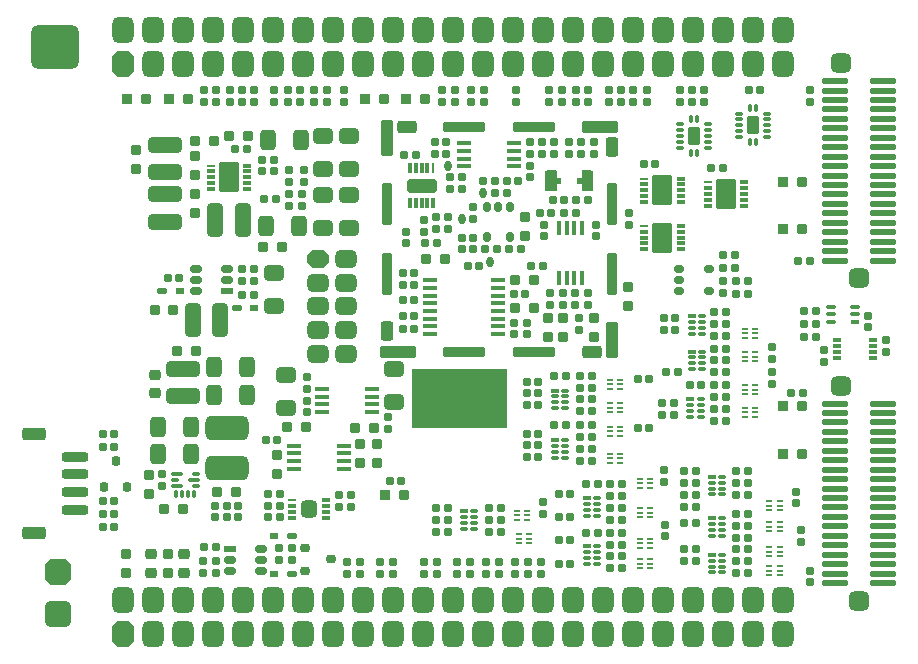
<source format=gbr>
%TF.GenerationSoftware,Altium Limited,Altium Designer,25.3.3 (18)*%
G04 Layer_Color=8388736*
%FSLAX45Y45*%
%MOMM*%
%TF.SameCoordinates,3F5801E6-D28E-45E5-A6F2-2741A7385EEC*%
%TF.FilePolarity,Negative*%
%TF.FileFunction,Soldermask,Top*%
%TF.Part,Single*%
G01*
G75*
%TA.AperFunction,SMDPad,CuDef*%
G04:AMPARAMS|DCode=96|XSize=1.73mm|YSize=1.33mm|CornerRadius=0.3525mm|HoleSize=0mm|Usage=FLASHONLY|Rotation=0.000|XOffset=0mm|YOffset=0mm|HoleType=Round|Shape=RoundedRectangle|*
%AMROUNDEDRECTD96*
21,1,1.73000,0.62500,0,0,0.0*
21,1,1.02500,1.33000,0,0,0.0*
1,1,0.70500,0.51250,-0.31250*
1,1,0.70500,-0.51250,-0.31250*
1,1,0.70500,-0.51250,0.31250*
1,1,0.70500,0.51250,0.31250*
%
%ADD96ROUNDEDRECTD96*%
G04:AMPARAMS|DCode=97|XSize=1.73mm|YSize=1.33mm|CornerRadius=0.3525mm|HoleSize=0mm|Usage=FLASHONLY|Rotation=90.000|XOffset=0mm|YOffset=0mm|HoleType=Round|Shape=RoundedRectangle|*
%AMROUNDEDRECTD97*
21,1,1.73000,0.62500,0,0,90.0*
21,1,1.02500,1.33000,0,0,90.0*
1,1,0.70500,0.31250,0.51250*
1,1,0.70500,0.31250,-0.51250*
1,1,0.70500,-0.31250,-0.51250*
1,1,0.70500,-0.31250,0.51250*
%
%ADD97ROUNDEDRECTD97*%
%TA.AperFunction,ComponentPad*%
G04:AMPARAMS|DCode=98|XSize=1.63mm|YSize=1.68mm|CornerRadius=0.4275mm|HoleSize=0mm|Usage=FLASHONLY|Rotation=270.000|XOffset=0mm|YOffset=0mm|HoleType=Round|Shape=RoundedRectangle|*
%AMROUNDEDRECTD98*
21,1,1.63000,0.82500,0,0,270.0*
21,1,0.77500,1.68000,0,0,270.0*
1,1,0.85500,-0.41250,-0.38750*
1,1,0.85500,-0.41250,0.38750*
1,1,0.85500,0.41250,0.38750*
1,1,0.85500,0.41250,-0.38750*
%
%ADD98ROUNDEDRECTD98*%
G04:AMPARAMS|DCode=99|XSize=1.78mm|YSize=2.18mm|CornerRadius=0mm|HoleSize=0mm|Usage=FLASHONLY|Rotation=0.000|XOffset=0mm|YOffset=0mm|HoleType=Round|Shape=Octagon|*
%AMOCTAGOND99*
4,1,8,-0.44500,1.09000,0.44500,1.09000,0.89000,0.64500,0.89000,-0.64500,0.44500,-1.09000,-0.44500,-1.09000,-0.89000,-0.64500,-0.89000,0.64500,-0.44500,1.09000,0.0*
%
%ADD99OCTAGOND99*%

G04:AMPARAMS|DCode=100|XSize=1.78mm|YSize=2.18mm|CornerRadius=0.465mm|HoleSize=0mm|Usage=FLASHONLY|Rotation=0.000|XOffset=0mm|YOffset=0mm|HoleType=Round|Shape=RoundedRectangle|*
%AMROUNDEDRECTD100*
21,1,1.78000,1.25001,0,0,0.0*
21,1,0.85000,2.18000,0,0,0.0*
1,1,0.93000,0.42500,-0.62500*
1,1,0.93000,-0.42500,-0.62500*
1,1,0.93000,-0.42500,0.62500*
1,1,0.93000,0.42500,0.62500*
%
%ADD100ROUNDEDRECTD100*%
G04:AMPARAMS|DCode=101|XSize=1.48mm|YSize=1.78mm|CornerRadius=0.39mm|HoleSize=0mm|Usage=FLASHONLY|Rotation=270.000|XOffset=0mm|YOffset=0mm|HoleType=Round|Shape=RoundedRectangle|*
%AMROUNDEDRECTD101*
21,1,1.48000,1.00000,0,0,270.0*
21,1,0.70000,1.78000,0,0,270.0*
1,1,0.78000,-0.50000,-0.35000*
1,1,0.78000,-0.50000,0.35000*
1,1,0.78000,0.50000,0.35000*
1,1,0.78000,0.50000,-0.35000*
%
%ADD101ROUNDEDRECTD101*%
G04:AMPARAMS|DCode=102|XSize=1.48mm|YSize=1.78mm|CornerRadius=0mm|HoleSize=0mm|Usage=FLASHONLY|Rotation=270.000|XOffset=0mm|YOffset=0mm|HoleType=Round|Shape=Octagon|*
%AMOCTAGOND102*
4,1,8,0.89000,0.37000,0.89000,-0.37000,0.52000,-0.74000,-0.52000,-0.74000,-0.89000,-0.37000,-0.89000,0.37000,-0.52000,0.74000,0.52000,0.74000,0.89000,0.37000,0.0*
%
%ADD102OCTAGOND102*%

G04:AMPARAMS|DCode=103|XSize=4.08mm|YSize=3.68mm|CornerRadius=0.58mm|HoleSize=0mm|Usage=FLASHONLY|Rotation=0.000|XOffset=0mm|YOffset=0mm|HoleType=Round|Shape=RoundedRectangle|*
%AMROUNDEDRECTD103*
21,1,4.08000,2.52000,0,0,0.0*
21,1,2.92000,3.68000,0,0,0.0*
1,1,1.16000,1.46000,-1.26000*
1,1,1.16000,-1.46000,-1.26000*
1,1,1.16000,-1.46000,1.26000*
1,1,1.16000,1.46000,1.26000*
%
%ADD103ROUNDEDRECTD103*%
G04:AMPARAMS|DCode=104|XSize=2.28mm|YSize=2.28mm|CornerRadius=0.59mm|HoleSize=0mm|Usage=FLASHONLY|Rotation=270.000|XOffset=0mm|YOffset=0mm|HoleType=Round|Shape=RoundedRectangle|*
%AMROUNDEDRECTD104*
21,1,2.28000,1.10000,0,0,270.0*
21,1,1.10000,2.28000,0,0,270.0*
1,1,1.18000,-0.55000,-0.55000*
1,1,1.18000,-0.55000,0.55000*
1,1,1.18000,0.55000,0.55000*
1,1,1.18000,0.55000,-0.55000*
%
%ADD104ROUNDEDRECTD104*%
G04:AMPARAMS|DCode=105|XSize=2.28mm|YSize=2.28mm|CornerRadius=0mm|HoleSize=0mm|Usage=FLASHONLY|Rotation=270.000|XOffset=0mm|YOffset=0mm|HoleType=Round|Shape=Octagon|*
%AMOCTAGOND105*
4,1,8,-0.57000,-1.14000,0.57000,-1.14000,1.14000,-0.57000,1.14000,0.57000,0.57000,1.14000,-0.57000,1.14000,-1.14000,0.57000,-1.14000,-0.57000,-0.57000,-1.14000,0.0*
%
%ADD105OCTAGOND105*%

%TA.AperFunction,OtherPad,Pad P2-5 (12.8mm,18.7mm)*%
G04:AMPARAMS|DCode=574|XSize=2mm|YSize=1.1mm|CornerRadius=0.275mm|HoleSize=0mm|Usage=FLASHONLY|Rotation=180.000|XOffset=0mm|YOffset=0mm|HoleType=Round|Shape=RoundedRectangle|*
%AMROUNDEDRECTD574*
21,1,2.00000,0.55000,0,0,180.0*
21,1,1.45000,1.10000,0,0,180.0*
1,1,0.55000,-0.72500,0.27500*
1,1,0.55000,0.72500,0.27500*
1,1,0.55000,0.72500,-0.27500*
1,1,0.55000,-0.72500,-0.27500*
%
%ADD574ROUNDEDRECTD574*%
%TA.AperFunction,OtherPad,Pad P2-5 (12.8mm,10.3mm)*%
G04:AMPARAMS|DCode=575|XSize=2mm|YSize=1.1mm|CornerRadius=0.275mm|HoleSize=0mm|Usage=FLASHONLY|Rotation=180.000|XOffset=0mm|YOffset=0mm|HoleType=Round|Shape=RoundedRectangle|*
%AMROUNDEDRECTD575*
21,1,2.00000,0.55000,0,0,180.0*
21,1,1.45000,1.10000,0,0,180.0*
1,1,0.55000,-0.72500,0.27500*
1,1,0.55000,0.72500,0.27500*
1,1,0.55000,0.72500,-0.27500*
1,1,0.55000,-0.72500,-0.27500*
%
%ADD575ROUNDEDRECTD575*%
%TA.AperFunction,SMDPad,CuDef*%
%ADD576R,0.54000X0.17000*%
G04:AMPARAMS|DCode=577|XSize=0.17mm|YSize=0.54mm|CornerRadius=0.0475mm|HoleSize=0mm|Usage=FLASHONLY|Rotation=90.000|XOffset=0mm|YOffset=0mm|HoleType=Round|Shape=RoundedRectangle|*
%AMROUNDEDRECTD577*
21,1,0.17000,0.44500,0,0,90.0*
21,1,0.07500,0.54000,0,0,90.0*
1,1,0.09500,0.22250,0.03750*
1,1,0.09500,0.22250,-0.03750*
1,1,0.09500,-0.22250,-0.03750*
1,1,0.09500,-0.22250,0.03750*
%
%ADD577ROUNDEDRECTD577*%
G04:AMPARAMS|DCode=578|XSize=0.29mm|YSize=0.76mm|CornerRadius=0.0875mm|HoleSize=0mm|Usage=FLASHONLY|Rotation=90.000|XOffset=0mm|YOffset=0mm|HoleType=Round|Shape=RoundedRectangle|*
%AMROUNDEDRECTD578*
21,1,0.29000,0.58500,0,0,90.0*
21,1,0.11500,0.76000,0,0,90.0*
1,1,0.17500,0.29250,0.05750*
1,1,0.17500,0.29250,-0.05750*
1,1,0.17500,-0.29250,-0.05750*
1,1,0.17500,-0.29250,0.05750*
%
%ADD578ROUNDEDRECTD578*%
G04:AMPARAMS|DCode=579|XSize=2.56mm|YSize=1.71mm|CornerRadius=0.195mm|HoleSize=0mm|Usage=FLASHONLY|Rotation=90.000|XOffset=0mm|YOffset=0mm|HoleType=Round|Shape=RoundedRectangle|*
%AMROUNDEDRECTD579*
21,1,2.56000,1.32000,0,0,90.0*
21,1,2.17000,1.71000,0,0,90.0*
1,1,0.39000,0.66000,1.08500*
1,1,0.39000,0.66000,-1.08500*
1,1,0.39000,-0.66000,-1.08500*
1,1,0.39000,-0.66000,1.08500*
%
%ADD579ROUNDEDRECTD579*%
%ADD580R,0.76000X0.29000*%
G04:AMPARAMS|DCode=581|XSize=0.63mm|YSize=0.88mm|CornerRadius=0.1775mm|HoleSize=0mm|Usage=FLASHONLY|Rotation=0.000|XOffset=0mm|YOffset=0mm|HoleType=Round|Shape=RoundedRectangle|*
%AMROUNDEDRECTD581*
21,1,0.63000,0.52500,0,0,0.0*
21,1,0.27500,0.88000,0,0,0.0*
1,1,0.35500,0.13750,-0.26250*
1,1,0.35500,-0.13750,-0.26250*
1,1,0.35500,-0.13750,0.26250*
1,1,0.35500,0.13750,0.26250*
%
%ADD581ROUNDEDRECTD581*%
G04:AMPARAMS|DCode=582|XSize=0.29mm|YSize=0.73mm|CornerRadius=0.0875mm|HoleSize=0mm|Usage=FLASHONLY|Rotation=90.000|XOffset=0mm|YOffset=0mm|HoleType=Round|Shape=RoundedRectangle|*
%AMROUNDEDRECTD582*
21,1,0.29000,0.55500,0,0,90.0*
21,1,0.11500,0.73000,0,0,90.0*
1,1,0.17500,0.27750,0.05750*
1,1,0.17500,0.27750,-0.05750*
1,1,0.17500,-0.27750,-0.05750*
1,1,0.17500,-0.27750,0.05750*
%
%ADD582ROUNDEDRECTD582*%
G04:AMPARAMS|DCode=583|XSize=0.29mm|YSize=0.73mm|CornerRadius=0.0875mm|HoleSize=0mm|Usage=FLASHONLY|Rotation=0.000|XOffset=0mm|YOffset=0mm|HoleType=Round|Shape=RoundedRectangle|*
%AMROUNDEDRECTD583*
21,1,0.29000,0.55500,0,0,0.0*
21,1,0.11500,0.73000,0,0,0.0*
1,1,0.17500,0.05750,-0.27750*
1,1,0.17500,-0.05750,-0.27750*
1,1,0.17500,-0.05750,0.27750*
1,1,0.17500,0.05750,0.27750*
%
%ADD583ROUNDEDRECTD583*%
G04:AMPARAMS|DCode=584|XSize=1.06mm|YSize=1.56mm|CornerRadius=0.28mm|HoleSize=0mm|Usage=FLASHONLY|Rotation=0.000|XOffset=0mm|YOffset=0mm|HoleType=Round|Shape=RoundedRectangle|*
%AMROUNDEDRECTD584*
21,1,1.06000,1.00000,0,0,0.0*
21,1,0.50000,1.56000,0,0,0.0*
1,1,0.56000,0.25000,-0.50000*
1,1,0.56000,-0.25000,-0.50000*
1,1,0.56000,-0.25000,0.50000*
1,1,0.56000,0.25000,0.50000*
%
%ADD584ROUNDEDRECTD584*%
G04:AMPARAMS|DCode=585|XSize=0.3mm|YSize=0.66mm|CornerRadius=0.095mm|HoleSize=0mm|Usage=FLASHONLY|Rotation=90.000|XOffset=0mm|YOffset=0mm|HoleType=Round|Shape=RoundedRectangle|*
%AMROUNDEDRECTD585*
21,1,0.30000,0.47000,0,0,90.0*
21,1,0.11000,0.66000,0,0,90.0*
1,1,0.19000,0.23500,0.05500*
1,1,0.19000,0.23500,-0.05500*
1,1,0.19000,-0.23500,-0.05500*
1,1,0.19000,-0.23500,0.05500*
%
%ADD585ROUNDEDRECTD585*%
%ADD586R,0.66000X0.30000*%
G04:AMPARAMS|DCode=587|XSize=0.41mm|YSize=1.21mm|CornerRadius=0.1175mm|HoleSize=0mm|Usage=FLASHONLY|Rotation=90.000|XOffset=0mm|YOffset=0mm|HoleType=Round|Shape=RoundedRectangle|*
%AMROUNDEDRECTD587*
21,1,0.41000,0.97500,0,0,90.0*
21,1,0.17500,1.21000,0,0,90.0*
1,1,0.23500,0.48750,0.08750*
1,1,0.23500,0.48750,-0.08750*
1,1,0.23500,-0.48750,-0.08750*
1,1,0.23500,-0.48750,0.08750*
%
%ADD587ROUNDEDRECTD587*%
%ADD588R,1.21000X0.41000*%
G04:AMPARAMS|DCode=589|XSize=0.63mm|YSize=0.98mm|CornerRadius=0.1775mm|HoleSize=0mm|Usage=FLASHONLY|Rotation=270.000|XOffset=0mm|YOffset=0mm|HoleType=Round|Shape=RoundedRectangle|*
%AMROUNDEDRECTD589*
21,1,0.63000,0.62500,0,0,270.0*
21,1,0.27500,0.98000,0,0,270.0*
1,1,0.35500,-0.31250,-0.13750*
1,1,0.35500,-0.31250,0.13750*
1,1,0.35500,0.31250,0.13750*
1,1,0.35500,0.31250,-0.13750*
%
%ADD589ROUNDEDRECTD589*%
%ADD590R,0.98000X0.63000*%
G04:AMPARAMS|DCode=591|XSize=1.46mm|YSize=1.36mm|CornerRadius=0.355mm|HoleSize=0mm|Usage=FLASHONLY|Rotation=90.000|XOffset=0mm|YOffset=0mm|HoleType=Round|Shape=RoundedRectangle|*
%AMROUNDEDRECTD591*
21,1,1.46000,0.65000,0,0,90.0*
21,1,0.75000,1.36000,0,0,90.0*
1,1,0.71000,0.32500,0.37500*
1,1,0.71000,0.32500,-0.37500*
1,1,0.71000,-0.32500,-0.37500*
1,1,0.71000,-0.32500,0.37500*
%
%ADD591ROUNDEDRECTD591*%
%ADD592R,0.78000X0.41000*%
G04:AMPARAMS|DCode=593|XSize=0.41mm|YSize=0.78mm|CornerRadius=0.1225mm|HoleSize=0mm|Usage=FLASHONLY|Rotation=270.000|XOffset=0mm|YOffset=0mm|HoleType=Round|Shape=RoundedRectangle|*
%AMROUNDEDRECTD593*
21,1,0.41000,0.53500,0,0,270.0*
21,1,0.16500,0.78000,0,0,270.0*
1,1,0.24500,-0.26750,-0.08250*
1,1,0.24500,-0.26750,0.08250*
1,1,0.24500,0.26750,0.08250*
1,1,0.24500,0.26750,-0.08250*
%
%ADD593ROUNDEDRECTD593*%
G04:AMPARAMS|DCode=594|XSize=0.3mm|YSize=0.75mm|CornerRadius=0.0875mm|HoleSize=0mm|Usage=FLASHONLY|Rotation=90.000|XOffset=0mm|YOffset=0mm|HoleType=Round|Shape=RoundedRectangle|*
%AMROUNDEDRECTD594*
21,1,0.30000,0.57500,0,0,90.0*
21,1,0.12500,0.75000,0,0,90.0*
1,1,0.17500,0.28750,0.06250*
1,1,0.17500,0.28750,-0.06250*
1,1,0.17500,-0.28750,-0.06250*
1,1,0.17500,-0.28750,0.06250*
%
%ADD594ROUNDEDRECTD594*%
%ADD595R,0.75000X0.30000*%
G04:AMPARAMS|DCode=596|XSize=0.63mm|YSize=0.88mm|CornerRadius=0.1775mm|HoleSize=0mm|Usage=FLASHONLY|Rotation=90.000|XOffset=0mm|YOffset=0mm|HoleType=Round|Shape=RoundedRectangle|*
%AMROUNDEDRECTD596*
21,1,0.63000,0.52500,0,0,90.0*
21,1,0.27500,0.88000,0,0,90.0*
1,1,0.35500,0.26250,0.13750*
1,1,0.35500,0.26250,-0.13750*
1,1,0.35500,-0.26250,-0.13750*
1,1,0.35500,-0.26250,0.13750*
%
%ADD596ROUNDEDRECTD596*%
G04:AMPARAMS|DCode=597|XSize=0.3mm|YSize=0.63mm|CornerRadius=0.095mm|HoleSize=0mm|Usage=FLASHONLY|Rotation=180.000|XOffset=0mm|YOffset=0mm|HoleType=Round|Shape=RoundedRectangle|*
%AMROUNDEDRECTD597*
21,1,0.30000,0.44000,0,0,180.0*
21,1,0.11000,0.63000,0,0,180.0*
1,1,0.19000,-0.05500,0.22000*
1,1,0.19000,0.05500,0.22000*
1,1,0.19000,0.05500,-0.22000*
1,1,0.19000,-0.05500,-0.22000*
%
%ADD597ROUNDEDRECTD597*%
G04:AMPARAMS|DCode=598|XSize=0.28mm|YSize=1.08mm|CornerRadius=0.09mm|HoleSize=0mm|Usage=FLASHONLY|Rotation=270.000|XOffset=0mm|YOffset=0mm|HoleType=Round|Shape=RoundedRectangle|*
%AMROUNDEDRECTD598*
21,1,0.28000,0.90000,0,0,270.0*
21,1,0.10000,1.08000,0,0,270.0*
1,1,0.18000,-0.45000,-0.05000*
1,1,0.18000,-0.45000,0.05000*
1,1,0.18000,0.45000,0.05000*
1,1,0.18000,0.45000,-0.05000*
%
%ADD598ROUNDEDRECTD598*%
G04:AMPARAMS|DCode=599|XSize=0.28mm|YSize=0.73mm|CornerRadius=0.09mm|HoleSize=0mm|Usage=FLASHONLY|Rotation=270.000|XOffset=0mm|YOffset=0mm|HoleType=Round|Shape=RoundedRectangle|*
%AMROUNDEDRECTD599*
21,1,0.28000,0.55000,0,0,270.0*
21,1,0.10000,0.73000,0,0,270.0*
1,1,0.18000,-0.27500,-0.05000*
1,1,0.18000,-0.27500,0.05000*
1,1,0.18000,0.27500,0.05000*
1,1,0.18000,0.27500,-0.05000*
%
%ADD599ROUNDEDRECTD599*%
%ADD600R,1.26000X0.41000*%
G04:AMPARAMS|DCode=601|XSize=0.41mm|YSize=1.26mm|CornerRadius=0.1175mm|HoleSize=0mm|Usage=FLASHONLY|Rotation=270.000|XOffset=0mm|YOffset=0mm|HoleType=Round|Shape=RoundedRectangle|*
%AMROUNDEDRECTD601*
21,1,0.41000,1.02500,0,0,270.0*
21,1,0.17500,1.26000,0,0,270.0*
1,1,0.23500,-0.51250,-0.08750*
1,1,0.23500,-0.51250,0.08750*
1,1,0.23500,0.51250,0.08750*
1,1,0.23500,0.51250,-0.08750*
%
%ADD601ROUNDEDRECTD601*%
G04:AMPARAMS|DCode=602|XSize=0.41mm|YSize=1.21mm|CornerRadius=0.1175mm|HoleSize=0mm|Usage=FLASHONLY|Rotation=0.000|XOffset=0mm|YOffset=0mm|HoleType=Round|Shape=RoundedRectangle|*
%AMROUNDEDRECTD602*
21,1,0.41000,0.97500,0,0,0.0*
21,1,0.17500,1.21000,0,0,0.0*
1,1,0.23500,0.08750,-0.48750*
1,1,0.23500,-0.08750,-0.48750*
1,1,0.23500,-0.08750,0.48750*
1,1,0.23500,0.08750,0.48750*
%
%ADD602ROUNDEDRECTD602*%
%ADD603R,0.41000X1.21000*%
G04:AMPARAMS|DCode=604|XSize=2.61mm|YSize=1.16mm|CornerRadius=0.305mm|HoleSize=0mm|Usage=FLASHONLY|Rotation=0.000|XOffset=0mm|YOffset=0mm|HoleType=Round|Shape=RoundedRectangle|*
%AMROUNDEDRECTD604*
21,1,2.61000,0.55000,0,0,0.0*
21,1,2.00000,1.16000,0,0,0.0*
1,1,0.61000,1.00000,-0.27500*
1,1,0.61000,-1.00000,-0.27500*
1,1,0.61000,-1.00000,0.27500*
1,1,0.61000,1.00000,0.27500*
%
%ADD604ROUNDEDRECTD604*%
G04:AMPARAMS|DCode=605|XSize=0.29mm|YSize=0.91mm|CornerRadius=0.0875mm|HoleSize=0mm|Usage=FLASHONLY|Rotation=0.000|XOffset=0mm|YOffset=0mm|HoleType=Round|Shape=RoundedRectangle|*
%AMROUNDEDRECTD605*
21,1,0.29000,0.73500,0,0,0.0*
21,1,0.11500,0.91000,0,0,0.0*
1,1,0.17500,0.05750,-0.36750*
1,1,0.17500,-0.05750,-0.36750*
1,1,0.17500,-0.05750,0.36750*
1,1,0.17500,0.05750,0.36750*
%
%ADD605ROUNDEDRECTD605*%
%ADD606R,0.29000X0.91000*%
%ADD607O,0.68000X0.88000*%
G04:AMPARAMS|DCode=608|XSize=0.68mm|YSize=0.78mm|CornerRadius=0.19mm|HoleSize=0mm|Usage=FLASHONLY|Rotation=180.000|XOffset=0mm|YOffset=0mm|HoleType=Round|Shape=RoundedRectangle|*
%AMROUNDEDRECTD608*
21,1,0.68000,0.40000,0,0,180.0*
21,1,0.30000,0.78000,0,0,180.0*
1,1,0.38000,-0.15000,0.20000*
1,1,0.38000,0.15000,0.20000*
1,1,0.38000,0.15000,-0.20000*
1,1,0.38000,-0.15000,-0.20000*
%
%ADD608ROUNDEDRECTD608*%
G04:AMPARAMS|DCode=609|XSize=0.68mm|YSize=0.78mm|CornerRadius=0.19mm|HoleSize=0mm|Usage=FLASHONLY|Rotation=90.000|XOffset=0mm|YOffset=0mm|HoleType=Round|Shape=RoundedRectangle|*
%AMROUNDEDRECTD609*
21,1,0.68000,0.40000,0,0,90.0*
21,1,0.30000,0.78000,0,0,90.0*
1,1,0.38000,0.20000,0.15000*
1,1,0.38000,0.20000,-0.15000*
1,1,0.38000,-0.20000,-0.15000*
1,1,0.38000,-0.20000,0.15000*
%
%ADD609ROUNDEDRECTD609*%
G04:AMPARAMS|DCode=610|XSize=0.68mm|YSize=0.68mm|CornerRadius=0.19mm|HoleSize=0mm|Usage=FLASHONLY|Rotation=0.000|XOffset=0mm|YOffset=0mm|HoleType=Round|Shape=RoundedRectangle|*
%AMROUNDEDRECTD610*
21,1,0.68000,0.30000,0,0,0.0*
21,1,0.30000,0.68000,0,0,0.0*
1,1,0.38000,0.15000,-0.15000*
1,1,0.38000,-0.15000,-0.15000*
1,1,0.38000,-0.15000,0.15000*
1,1,0.38000,0.15000,0.15000*
%
%ADD610ROUNDEDRECTD610*%
G04:AMPARAMS|DCode=611|XSize=0.68mm|YSize=0.68mm|CornerRadius=0.19mm|HoleSize=0mm|Usage=FLASHONLY|Rotation=270.000|XOffset=0mm|YOffset=0mm|HoleType=Round|Shape=RoundedRectangle|*
%AMROUNDEDRECTD611*
21,1,0.68000,0.30000,0,0,270.0*
21,1,0.30000,0.68000,0,0,270.0*
1,1,0.38000,-0.15000,-0.15000*
1,1,0.38000,-0.15000,0.15000*
1,1,0.38000,0.15000,0.15000*
1,1,0.38000,0.15000,-0.15000*
%
%ADD611ROUNDEDRECTD611*%
G04:AMPARAMS|DCode=612|XSize=0.98mm|YSize=0.88mm|CornerRadius=0.24mm|HoleSize=0mm|Usage=FLASHONLY|Rotation=180.000|XOffset=0mm|YOffset=0mm|HoleType=Round|Shape=RoundedRectangle|*
%AMROUNDEDRECTD612*
21,1,0.98000,0.40000,0,0,180.0*
21,1,0.50000,0.88000,0,0,180.0*
1,1,0.48000,-0.25000,0.20000*
1,1,0.48000,0.25000,0.20000*
1,1,0.48000,0.25000,-0.20000*
1,1,0.48000,-0.25000,-0.20000*
%
%ADD612ROUNDEDRECTD612*%
%ADD613R,1.00000X0.54000*%
%ADD614O,0.38000X1.78000*%
G04:AMPARAMS|DCode=615|XSize=2.28mm|YSize=0.58mm|CornerRadius=0.165mm|HoleSize=0mm|Usage=FLASHONLY|Rotation=180.000|XOffset=0mm|YOffset=0mm|HoleType=Round|Shape=RoundedRectangle|*
%AMROUNDEDRECTD615*
21,1,2.28000,0.25000,0,0,180.0*
21,1,1.95000,0.58000,0,0,180.0*
1,1,0.33000,-0.97500,0.12500*
1,1,0.33000,0.97500,0.12500*
1,1,0.33000,0.97500,-0.12500*
1,1,0.33000,-0.97500,-0.12500*
%
%ADD615ROUNDEDRECTD615*%
G04:AMPARAMS|DCode=616|XSize=2.28mm|YSize=0.78mm|CornerRadius=0.215mm|HoleSize=0mm|Usage=FLASHONLY|Rotation=180.000|XOffset=0mm|YOffset=0mm|HoleType=Round|Shape=RoundedRectangle|*
%AMROUNDEDRECTD616*
21,1,2.28000,0.35000,0,0,180.0*
21,1,1.85000,0.78000,0,0,180.0*
1,1,0.43000,-0.92500,0.17500*
1,1,0.43000,0.92500,0.17500*
1,1,0.43000,0.92500,-0.17500*
1,1,0.43000,-0.92500,-0.17500*
%
%ADD616ROUNDEDRECTD616*%
G04:AMPARAMS|DCode=617|XSize=3.08mm|YSize=1.08mm|CornerRadius=0.29mm|HoleSize=0mm|Usage=FLASHONLY|Rotation=90.000|XOffset=0mm|YOffset=0mm|HoleType=Round|Shape=RoundedRectangle|*
%AMROUNDEDRECTD617*
21,1,3.08000,0.50000,0,0,90.0*
21,1,2.50000,1.08000,0,0,90.0*
1,1,0.58000,0.25000,1.25000*
1,1,0.58000,0.25000,-1.25000*
1,1,0.58000,-0.25000,-1.25000*
1,1,0.58000,-0.25000,1.25000*
%
%ADD617ROUNDEDRECTD617*%
%TA.AperFunction,SMDPad,SMDef*%
G04:AMPARAMS|DCode=618|XSize=3.6mm|YSize=0.8mm|CornerRadius=0.15mm|HoleSize=0mm|Usage=FLASHONLY|Rotation=90.000|XOffset=0mm|YOffset=0mm|HoleType=Round|Shape=RoundedRectangle|*
%AMROUNDEDRECTD618*
21,1,3.60000,0.50000,0,0,90.0*
21,1,3.30000,0.80000,0,0,90.0*
1,1,0.30000,0.25000,1.65000*
1,1,0.30000,0.25000,-1.65000*
1,1,0.30000,-0.25000,-1.65000*
1,1,0.30000,-0.25000,1.65000*
%
%ADD618ROUNDEDRECTD618*%
%TA.AperFunction,SMDPad,CuDef*%
G04:AMPARAMS|DCode=619|XSize=1.68mm|YSize=1.08mm|CornerRadius=0.29mm|HoleSize=0mm|Usage=FLASHONLY|Rotation=180.000|XOffset=0mm|YOffset=0mm|HoleType=Round|Shape=RoundedRectangle|*
%AMROUNDEDRECTD619*
21,1,1.68000,0.50000,0,0,180.0*
21,1,1.10000,1.08000,0,0,180.0*
1,1,0.58000,-0.55000,0.25000*
1,1,0.58000,0.55000,0.25000*
1,1,0.58000,0.55000,-0.25000*
1,1,0.58000,-0.55000,-0.25000*
%
%ADD619ROUNDEDRECTD619*%
G04:AMPARAMS|DCode=620|XSize=3.08mm|YSize=1.08mm|CornerRadius=0.29mm|HoleSize=0mm|Usage=FLASHONLY|Rotation=0.000|XOffset=0mm|YOffset=0mm|HoleType=Round|Shape=RoundedRectangle|*
%AMROUNDEDRECTD620*
21,1,3.08000,0.50000,0,0,0.0*
21,1,2.50000,1.08000,0,0,0.0*
1,1,0.58000,1.25000,-0.25000*
1,1,0.58000,-1.25000,-0.25000*
1,1,0.58000,-1.25000,0.25000*
1,1,0.58000,1.25000,0.25000*
%
%ADD620ROUNDEDRECTD620*%
%TA.AperFunction,SMDPad,SMDef*%
G04:AMPARAMS|DCode=621|XSize=3.596mm|YSize=0.796mm|CornerRadius=0.148mm|HoleSize=0mm|Usage=FLASHONLY|Rotation=0.000|XOffset=0mm|YOffset=0mm|HoleType=Round|Shape=RoundedRectangle|*
%AMROUNDEDRECTD621*
21,1,3.59600,0.50000,0,0,0.0*
21,1,3.30000,0.79600,0,0,0.0*
1,1,0.29600,1.65000,-0.25000*
1,1,0.29600,-1.65000,-0.25000*
1,1,0.29600,-1.65000,0.25000*
1,1,0.29600,1.65000,0.25000*
%
%ADD621ROUNDEDRECTD621*%
G04:AMPARAMS|DCode=622|XSize=3.6mm|YSize=0.8mm|CornerRadius=0.15mm|HoleSize=0mm|Usage=FLASHONLY|Rotation=0.000|XOffset=0mm|YOffset=0mm|HoleType=Round|Shape=RoundedRectangle|*
%AMROUNDEDRECTD622*
21,1,3.60000,0.50000,0,0,0.0*
21,1,3.30000,0.80000,0,0,0.0*
1,1,0.30000,1.65000,-0.25000*
1,1,0.30000,-1.65000,-0.25000*
1,1,0.30000,-1.65000,0.25000*
1,1,0.30000,1.65000,0.25000*
%
%ADD622ROUNDEDRECTD622*%
%TA.AperFunction,SMDPad,CuDef*%
G04:AMPARAMS|DCode=623|XSize=1.68mm|YSize=1.08mm|CornerRadius=0.29mm|HoleSize=0mm|Usage=FLASHONLY|Rotation=90.000|XOffset=0mm|YOffset=0mm|HoleType=Round|Shape=RoundedRectangle|*
%AMROUNDEDRECTD623*
21,1,1.68000,0.50000,0,0,90.0*
21,1,1.10000,1.08000,0,0,90.0*
1,1,0.58000,0.25000,0.55000*
1,1,0.58000,0.25000,-0.55000*
1,1,0.58000,-0.25000,-0.55000*
1,1,0.58000,-0.25000,0.55000*
%
%ADD623ROUNDEDRECTD623*%
G04:AMPARAMS|DCode=624|XSize=2.88mm|YSize=1.38mm|CornerRadius=0.365mm|HoleSize=0mm|Usage=FLASHONLY|Rotation=90.000|XOffset=0mm|YOffset=0mm|HoleType=Round|Shape=RoundedRectangle|*
%AMROUNDEDRECTD624*
21,1,2.88000,0.65000,0,0,90.0*
21,1,2.15000,1.38000,0,0,90.0*
1,1,0.73000,0.32500,1.07500*
1,1,0.73000,0.32500,-1.07500*
1,1,0.73000,-0.32500,-1.07500*
1,1,0.73000,-0.32500,1.07500*
%
%ADD624ROUNDEDRECTD624*%
G04:AMPARAMS|DCode=625|XSize=2.88mm|YSize=1.38mm|CornerRadius=0.365mm|HoleSize=0mm|Usage=FLASHONLY|Rotation=0.000|XOffset=0mm|YOffset=0mm|HoleType=Round|Shape=RoundedRectangle|*
%AMROUNDEDRECTD625*
21,1,2.88000,0.65000,0,0,0.0*
21,1,2.15000,1.38000,0,0,0.0*
1,1,0.73000,1.07500,-0.32500*
1,1,0.73000,-1.07500,-0.32500*
1,1,0.73000,-1.07500,0.32500*
1,1,0.73000,1.07500,0.32500*
%
%ADD625ROUNDEDRECTD625*%
G04:AMPARAMS|DCode=626|XSize=3.68mm|YSize=2.08mm|CornerRadius=0.54mm|HoleSize=0mm|Usage=FLASHONLY|Rotation=180.000|XOffset=0mm|YOffset=0mm|HoleType=Round|Shape=RoundedRectangle|*
%AMROUNDEDRECTD626*
21,1,3.68000,1.00000,0,0,180.0*
21,1,2.60000,2.08000,0,0,180.0*
1,1,1.08000,-1.30000,0.50000*
1,1,1.08000,1.30000,0.50000*
1,1,1.08000,1.30000,-0.50000*
1,1,1.08000,-1.30000,-0.50000*
%
%ADD626ROUNDEDRECTD626*%
%ADD627R,0.88000X0.88000*%
G04:AMPARAMS|DCode=628|XSize=0.88mm|YSize=0.88mm|CornerRadius=0.24mm|HoleSize=0mm|Usage=FLASHONLY|Rotation=90.000|XOffset=0mm|YOffset=0mm|HoleType=Round|Shape=RoundedRectangle|*
%AMROUNDEDRECTD628*
21,1,0.88000,0.40000,0,0,90.0*
21,1,0.40000,0.88000,0,0,90.0*
1,1,0.48000,0.20000,0.20000*
1,1,0.48000,0.20000,-0.20000*
1,1,0.48000,-0.20000,-0.20000*
1,1,0.48000,-0.20000,0.20000*
%
%ADD628ROUNDEDRECTD628*%
%ADD629R,0.78000X0.58000*%
G04:AMPARAMS|DCode=630|XSize=0.58mm|YSize=0.78mm|CornerRadius=0.165mm|HoleSize=0mm|Usage=FLASHONLY|Rotation=90.000|XOffset=0mm|YOffset=0mm|HoleType=Round|Shape=RoundedRectangle|*
%AMROUNDEDRECTD630*
21,1,0.58000,0.45000,0,0,90.0*
21,1,0.25000,0.78000,0,0,90.0*
1,1,0.33000,0.22500,0.12500*
1,1,0.33000,0.22500,-0.12500*
1,1,0.33000,-0.22500,-0.12500*
1,1,0.33000,-0.22500,0.12500*
%
%ADD630ROUNDEDRECTD630*%
G04:AMPARAMS|DCode=631|XSize=0.88mm|YSize=0.88mm|CornerRadius=0.24mm|HoleSize=0mm|Usage=FLASHONLY|Rotation=180.000|XOffset=0mm|YOffset=0mm|HoleType=Round|Shape=RoundedRectangle|*
%AMROUNDEDRECTD631*
21,1,0.88000,0.40000,0,0,180.0*
21,1,0.40000,0.88000,0,0,180.0*
1,1,0.48000,-0.20000,0.20000*
1,1,0.48000,0.20000,0.20000*
1,1,0.48000,0.20000,-0.20000*
1,1,0.48000,-0.20000,-0.20000*
%
%ADD631ROUNDEDRECTD631*%
G36*
X5995784Y4098942D02*
X5996538Y4098713D01*
X5997233Y4098342D01*
X5997842Y4097842D01*
X5998342Y4097233D01*
X5998713Y4096538D01*
X5998942Y4095784D01*
X5999019Y4095000D01*
Y3925000D01*
X5998942Y3924216D01*
X5998713Y3923462D01*
X5998342Y3922767D01*
X5997842Y3922158D01*
X5997233Y3921658D01*
X5996538Y3921287D01*
X5995784Y3921058D01*
X5995000Y3920981D01*
X5920000D01*
X5919216Y3921058D01*
X5918462Y3921287D01*
X5917767Y3921658D01*
X5917158Y3922158D01*
X5916658Y3922767D01*
X5916287Y3923462D01*
X5916058Y3924216D01*
X5915981Y3925000D01*
Y3982511D01*
X5916058Y3983295D01*
X5916287Y3984049D01*
X5916658Y3984744D01*
X5917158Y3985353D01*
X5917767Y3985853D01*
X5918462Y3986224D01*
X5919216Y3986453D01*
X5920000Y3986531D01*
X5975994D01*
Y4033527D01*
X5920000D01*
X5919216Y4033604D01*
X5918462Y4033833D01*
X5917767Y4034204D01*
X5917158Y4034704D01*
X5916658Y4035313D01*
X5916287Y4036008D01*
X5916058Y4036762D01*
X5915981Y4037546D01*
Y4095000D01*
X5916058Y4095784D01*
X5916287Y4096538D01*
X5916658Y4097233D01*
X5917158Y4097842D01*
X5917767Y4098342D01*
X5918462Y4098713D01*
X5919216Y4098942D01*
X5920000Y4099019D01*
X5995000D01*
X5995784Y4098942D01*
D02*
G37*
G36*
X5700784D02*
X5701539Y4098713D01*
X5702233Y4098342D01*
X5702842Y4097842D01*
X5703342Y4097233D01*
X5703714Y4096538D01*
X5703942Y4095784D01*
X5704020Y4095000D01*
X5704019Y4037505D01*
X5703942Y4036721D01*
X5703713Y4035967D01*
X5703342Y4035272D01*
X5702842Y4034663D01*
X5702233Y4034163D01*
X5701538Y4033792D01*
X5700784Y4033563D01*
X5700000Y4033486D01*
X5644014Y4033485D01*
X5644014Y3986522D01*
X5700000Y3986522D01*
X5700784Y3986445D01*
X5701538Y3986216D01*
X5702233Y3985845D01*
X5702842Y3985345D01*
X5703342Y3984736D01*
X5703713Y3984041D01*
X5703942Y3983287D01*
X5704019Y3982503D01*
X5704020Y3925000D01*
X5703942Y3924216D01*
X5703714Y3923462D01*
X5703342Y3922767D01*
X5702842Y3922158D01*
X5702233Y3921658D01*
X5701539Y3921287D01*
X5700784Y3921058D01*
X5700000Y3920981D01*
X5625000D01*
X5624216Y3921058D01*
X5623462Y3921287D01*
X5622768Y3921658D01*
X5622158Y3922158D01*
X5621659Y3922767D01*
X5621287Y3923462D01*
X5621058Y3924216D01*
X5620981Y3925000D01*
Y4095000D01*
X5621058Y4095784D01*
X5621287Y4096538D01*
X5621659Y4097233D01*
X5622158Y4097842D01*
X5622768Y4098342D01*
X5623462Y4098713D01*
X5624216Y4098942D01*
X5625000Y4099019D01*
X5700000D01*
X5700784Y4098942D01*
D02*
G37*
G36*
X5280000Y1920000D02*
X4480000D01*
X4480000Y2420000D01*
X5280000Y2420000D01*
X5280000Y1920000D01*
D02*
G37*
D96*
X3730000Y4390000D02*
D03*
Y4110000D02*
D03*
X3950000Y3610000D02*
D03*
Y3890000D02*
D03*
X3730000Y3610000D02*
D03*
Y3890000D02*
D03*
X3950000Y4390000D02*
D03*
Y4110000D02*
D03*
X4330000Y2420000D02*
D03*
Y2140000D02*
D03*
X3410000Y2370000D02*
D03*
Y2090000D02*
D03*
X3310000Y3230000D02*
D03*
Y2950000D02*
D03*
D97*
X3520000Y3630000D02*
D03*
X3240000D02*
D03*
X3540000Y4360000D02*
D03*
X3260000D02*
D03*
X3080000Y2430000D02*
D03*
X2800000D02*
D03*
X3080000Y2200000D02*
D03*
X2800000D02*
D03*
X2330000Y1930000D02*
D03*
X2610000D02*
D03*
X2330000Y1700000D02*
D03*
X2610000D02*
D03*
D98*
X8113000Y2275000D02*
D03*
X8263000Y455000D02*
D03*
X8113000Y5005000D02*
D03*
X8263000Y3185000D02*
D03*
D99*
X2032000Y170500D02*
D03*
Y4996500D02*
D03*
D100*
X2286000Y170500D02*
D03*
X2540000D02*
D03*
X2794000D02*
D03*
X3048000D02*
D03*
X3302000D02*
D03*
X3556000D02*
D03*
X3810000D02*
D03*
X4064000D02*
D03*
X4318000D02*
D03*
X4572000D02*
D03*
X4826000D02*
D03*
X5080000D02*
D03*
X5334000D02*
D03*
X5588000D02*
D03*
X5842000D02*
D03*
X6096000D02*
D03*
X6350000D02*
D03*
X6604000D02*
D03*
X6858000D02*
D03*
X7112000D02*
D03*
X7366000D02*
D03*
X7620000D02*
D03*
X2032000Y464500D02*
D03*
X2286000D02*
D03*
X2540000D02*
D03*
X2794000D02*
D03*
X3048000D02*
D03*
X3302000D02*
D03*
X3556000D02*
D03*
X3810000D02*
D03*
X4064000D02*
D03*
X4318000D02*
D03*
X4572000D02*
D03*
X4826000D02*
D03*
X5080000D02*
D03*
X5334000D02*
D03*
X5588000D02*
D03*
X5842000D02*
D03*
X6096000D02*
D03*
X6350000D02*
D03*
X6604000D02*
D03*
X6858000D02*
D03*
X7112000D02*
D03*
X7366000D02*
D03*
X7620000D02*
D03*
X2286000Y4996500D02*
D03*
X2540000D02*
D03*
X2794000D02*
D03*
X3048000D02*
D03*
X3302000D02*
D03*
X3556000D02*
D03*
X3810000D02*
D03*
X4064000D02*
D03*
X4318000D02*
D03*
X4572000D02*
D03*
X4826000D02*
D03*
X5080000D02*
D03*
X5334000D02*
D03*
X5588000D02*
D03*
X5842000D02*
D03*
X6096000D02*
D03*
X6350000D02*
D03*
X6604000D02*
D03*
X6858000D02*
D03*
X7112000D02*
D03*
X7366000D02*
D03*
X7620000D02*
D03*
X2032000Y5290500D02*
D03*
X2286000D02*
D03*
X2540000D02*
D03*
X2794000D02*
D03*
X3048000D02*
D03*
X3302000D02*
D03*
X3556000D02*
D03*
X3810000D02*
D03*
X4064000D02*
D03*
X4318000D02*
D03*
X4572000D02*
D03*
X4826000D02*
D03*
X5080000D02*
D03*
X5334000D02*
D03*
X5588000D02*
D03*
X5842000D02*
D03*
X6096000D02*
D03*
X6350000D02*
D03*
X6604000D02*
D03*
X6858000D02*
D03*
X7112000D02*
D03*
X7366000D02*
D03*
X7620000D02*
D03*
D101*
X3920000Y2548000D02*
D03*
Y2748000D02*
D03*
Y2948000D02*
D03*
Y3148000D02*
D03*
Y3348000D02*
D03*
X3680000Y2548000D02*
D03*
Y2748000D02*
D03*
Y2948000D02*
D03*
Y3148000D02*
D03*
D102*
Y3348000D02*
D03*
D103*
X1460500Y5143500D02*
D03*
D104*
X1480000Y345000D02*
D03*
D105*
Y695000D02*
D03*
D574*
X1280000Y1870000D02*
D03*
D575*
Y1030000D02*
D03*
D576*
X7506000Y748000D02*
D03*
X5386000Y1018000D02*
D03*
X6406000Y808000D02*
D03*
X6156000Y2128000D02*
D03*
X5366000Y1218000D02*
D03*
X6406000Y978000D02*
D03*
X6156000Y2328000D02*
D03*
X6406000Y1238000D02*
D03*
X7296000Y2088000D02*
D03*
X7506000Y908000D02*
D03*
X6406000Y1488000D02*
D03*
X7296000Y2278000D02*
D03*
X7506000Y1118000D02*
D03*
X6156000Y1698000D02*
D03*
X7296000Y2558000D02*
D03*
X7506000Y1298000D02*
D03*
X6156000Y1928000D02*
D03*
X7296000Y2758000D02*
D03*
D577*
X7506000Y710000D02*
D03*
Y672000D02*
D03*
X7594000Y748000D02*
D03*
Y710000D02*
D03*
Y672000D02*
D03*
X5386000Y980000D02*
D03*
Y942000D02*
D03*
X5474000Y1018000D02*
D03*
Y980000D02*
D03*
Y942000D02*
D03*
X6406000Y770000D02*
D03*
Y732000D02*
D03*
X6494000Y808000D02*
D03*
Y770000D02*
D03*
Y732000D02*
D03*
X6156000Y2090000D02*
D03*
Y2052000D02*
D03*
X6244000Y2128000D02*
D03*
Y2090000D02*
D03*
Y2052000D02*
D03*
X5366000Y1180000D02*
D03*
Y1142000D02*
D03*
X5454000Y1218000D02*
D03*
Y1180000D02*
D03*
Y1142000D02*
D03*
X6406000Y940000D02*
D03*
Y902000D02*
D03*
X6494000Y978000D02*
D03*
Y940000D02*
D03*
Y902000D02*
D03*
X6156000Y2290000D02*
D03*
Y2252000D02*
D03*
X6244000Y2328000D02*
D03*
Y2290000D02*
D03*
Y2252000D02*
D03*
X6406000Y1200000D02*
D03*
Y1162000D02*
D03*
X6494000Y1238000D02*
D03*
Y1200000D02*
D03*
Y1162000D02*
D03*
X7296000Y2050000D02*
D03*
Y2012000D02*
D03*
X7384000Y2088000D02*
D03*
Y2050000D02*
D03*
Y2012000D02*
D03*
X7506000Y870000D02*
D03*
Y832000D02*
D03*
X7594000Y908000D02*
D03*
Y870000D02*
D03*
Y832000D02*
D03*
X6406000Y1450000D02*
D03*
Y1412000D02*
D03*
X6494000Y1488000D02*
D03*
Y1450000D02*
D03*
Y1412000D02*
D03*
X7296000Y2240000D02*
D03*
Y2202000D02*
D03*
X7384000Y2278000D02*
D03*
Y2240000D02*
D03*
Y2202000D02*
D03*
X7506000Y1080000D02*
D03*
Y1042000D02*
D03*
X7594000Y1118000D02*
D03*
Y1080000D02*
D03*
Y1042000D02*
D03*
X6156000Y1660000D02*
D03*
Y1622000D02*
D03*
X6244000Y1698000D02*
D03*
Y1660000D02*
D03*
Y1622000D02*
D03*
X7296000Y2520000D02*
D03*
Y2482000D02*
D03*
X7384000Y2558000D02*
D03*
Y2520000D02*
D03*
Y2482000D02*
D03*
X7506000Y1260000D02*
D03*
Y1222000D02*
D03*
X7594000Y1298000D02*
D03*
Y1260000D02*
D03*
Y1222000D02*
D03*
X6156000Y1890000D02*
D03*
Y1852000D02*
D03*
X6244000Y1928000D02*
D03*
Y1890000D02*
D03*
Y1852000D02*
D03*
X7296000Y2720000D02*
D03*
Y2682000D02*
D03*
X7384000Y2758000D02*
D03*
Y2720000D02*
D03*
Y2682000D02*
D03*
D578*
X6753000Y3830000D02*
D03*
Y3880000D02*
D03*
Y3930000D02*
D03*
Y3980000D02*
D03*
Y4030000D02*
D03*
X6443000Y3830000D02*
D03*
Y3880000D02*
D03*
Y3930000D02*
D03*
Y3980000D02*
D03*
X7293000Y3800000D02*
D03*
Y3850000D02*
D03*
Y3900000D02*
D03*
Y3950000D02*
D03*
Y4000000D02*
D03*
X6983000Y3800000D02*
D03*
Y3850000D02*
D03*
Y3900000D02*
D03*
Y3950000D02*
D03*
X3085000Y3940000D02*
D03*
Y3990000D02*
D03*
Y4040000D02*
D03*
Y4090000D02*
D03*
Y4140000D02*
D03*
X2775000Y3940000D02*
D03*
Y3990000D02*
D03*
Y4040000D02*
D03*
Y4090000D02*
D03*
X3465000Y1255000D02*
D03*
Y1205000D02*
D03*
Y1155000D02*
D03*
X3755000Y1305000D02*
D03*
Y1255000D02*
D03*
Y1205000D02*
D03*
Y1155000D02*
D03*
X6755000Y3430000D02*
D03*
Y3480000D02*
D03*
Y3530000D02*
D03*
Y3580000D02*
D03*
Y3630000D02*
D03*
X6445000Y3430000D02*
D03*
Y3480000D02*
D03*
Y3530000D02*
D03*
Y3580000D02*
D03*
D579*
X6598000Y3930000D02*
D03*
X7138000Y3900000D02*
D03*
X2930000Y4040000D02*
D03*
X6600000Y3530000D02*
D03*
D580*
X6443000Y4030000D02*
D03*
X6983000Y4000000D02*
D03*
X2775000Y4140000D02*
D03*
X3465000Y1305000D02*
D03*
X6445000Y3630000D02*
D03*
D581*
X5305000Y3532500D02*
D03*
X5115000D02*
D03*
Y3787500D02*
D03*
X5210000D02*
D03*
X5305000D02*
D03*
D582*
X6752000Y4490000D02*
D03*
Y4290000D02*
D03*
Y4440000D02*
D03*
Y4390000D02*
D03*
Y4340000D02*
D03*
X6988000Y4290000D02*
D03*
Y4340000D02*
D03*
Y4390000D02*
D03*
Y4440000D02*
D03*
Y4490000D02*
D03*
X7246998Y4580001D02*
D03*
Y4380001D02*
D03*
Y4530001D02*
D03*
Y4480001D02*
D03*
Y4430001D02*
D03*
X7482998Y4380001D02*
D03*
Y4430001D02*
D03*
Y4480001D02*
D03*
Y4530001D02*
D03*
Y4580001D02*
D03*
D583*
X6845000Y4247000D02*
D03*
X6895000D02*
D03*
Y4533000D02*
D03*
X6845000D02*
D03*
X7339998Y4337001D02*
D03*
X7389998D02*
D03*
Y4623001D02*
D03*
X7339998D02*
D03*
D584*
X6870000Y4390000D02*
D03*
X7364998Y4480001D02*
D03*
D585*
X7103000Y695000D02*
D03*
Y745000D02*
D03*
Y795000D02*
D03*
Y845000D02*
D03*
X7017000Y695000D02*
D03*
Y745000D02*
D03*
Y795000D02*
D03*
X6043000Y1175000D02*
D03*
Y1225000D02*
D03*
Y1275000D02*
D03*
Y1325000D02*
D03*
X5957000Y1175000D02*
D03*
Y1225000D02*
D03*
Y1275000D02*
D03*
X5773000Y1665000D02*
D03*
Y1715000D02*
D03*
Y1765001D02*
D03*
Y1815000D02*
D03*
X5687001Y1665000D02*
D03*
Y1715000D02*
D03*
Y1765001D02*
D03*
X7103000Y1005000D02*
D03*
Y1055000D02*
D03*
Y1105000D02*
D03*
Y1155000D02*
D03*
X7017000Y1005000D02*
D03*
Y1055000D02*
D03*
Y1105000D02*
D03*
X5773000Y2085000D02*
D03*
Y2135000D02*
D03*
Y2185000D02*
D03*
Y2235000D02*
D03*
X5687001Y2085000D02*
D03*
Y2135000D02*
D03*
Y2185000D02*
D03*
X7103000Y1355000D02*
D03*
Y1405000D02*
D03*
Y1455000D02*
D03*
Y1505000D02*
D03*
X7017000Y1355000D02*
D03*
Y1405000D02*
D03*
Y1455000D02*
D03*
X6923000Y2015001D02*
D03*
Y2065000D02*
D03*
Y2115001D02*
D03*
Y2165000D02*
D03*
X6837001Y2015001D02*
D03*
Y2065000D02*
D03*
Y2115001D02*
D03*
X6933000Y2415000D02*
D03*
Y2465000D02*
D03*
Y2515000D02*
D03*
Y2565000D02*
D03*
X6847001Y2415000D02*
D03*
Y2465000D02*
D03*
Y2515000D02*
D03*
X6933000Y2715000D02*
D03*
Y2765000D02*
D03*
Y2815000D02*
D03*
Y2865000D02*
D03*
X6847001Y2715000D02*
D03*
Y2765000D02*
D03*
Y2815000D02*
D03*
X6043000Y765000D02*
D03*
Y815000D02*
D03*
Y865000D02*
D03*
Y915000D02*
D03*
X5957000Y765000D02*
D03*
Y815000D02*
D03*
Y865000D02*
D03*
X5003000Y1065000D02*
D03*
Y1115000D02*
D03*
Y1165000D02*
D03*
Y1215000D02*
D03*
X4917001Y1065000D02*
D03*
Y1115000D02*
D03*
Y1165000D02*
D03*
D586*
X7017000Y845000D02*
D03*
X5957000Y1325000D02*
D03*
X5687001Y1815000D02*
D03*
X7017000Y1155000D02*
D03*
X5687001Y2235000D02*
D03*
X7017000Y1505000D02*
D03*
X6837001Y2165000D02*
D03*
X6847001Y2565000D02*
D03*
Y2865000D02*
D03*
X5957000Y915000D02*
D03*
X4917001Y1215000D02*
D03*
D587*
X3902500Y1572500D02*
D03*
Y1637500D02*
D03*
Y1702500D02*
D03*
Y1767500D02*
D03*
X3477500Y1572500D02*
D03*
Y1637500D02*
D03*
Y1702500D02*
D03*
X4142501Y2052501D02*
D03*
Y2117501D02*
D03*
Y2182501D02*
D03*
Y2247501D02*
D03*
X3717501Y2052501D02*
D03*
Y2117501D02*
D03*
Y2182501D02*
D03*
X4917500Y4327500D02*
D03*
Y4262500D02*
D03*
Y4197500D02*
D03*
Y4132500D02*
D03*
X5342500Y4327500D02*
D03*
Y4262500D02*
D03*
Y4197500D02*
D03*
D588*
X3477500Y1767500D02*
D03*
X3717501Y2247501D02*
D03*
X5342500Y4132500D02*
D03*
D589*
X2650001Y3075000D02*
D03*
Y3170001D02*
D03*
Y3265000D02*
D03*
X2910001D02*
D03*
Y3170001D02*
D03*
X3200000Y895000D02*
D03*
Y800000D02*
D03*
Y705000D02*
D03*
X2940000D02*
D03*
Y800000D02*
D03*
D590*
X2910001Y3075000D02*
D03*
X2940000Y895000D02*
D03*
D591*
X3610000Y1230000D02*
D03*
D592*
X8230000Y2815000D02*
D03*
D593*
Y2880000D02*
D03*
Y2945000D02*
D03*
X8030000D02*
D03*
Y2880000D02*
D03*
Y2815000D02*
D03*
D594*
X8379999Y2509999D02*
D03*
Y2559999D02*
D03*
Y2609999D02*
D03*
Y2659999D02*
D03*
X8080000Y2509999D02*
D03*
Y2559999D02*
D03*
Y2609999D02*
D03*
D595*
Y2659999D02*
D03*
D596*
X6997500Y3265000D02*
D03*
Y3075000D02*
D03*
X6742500D02*
D03*
Y3170000D02*
D03*
Y3265000D02*
D03*
D597*
X2585000Y1357500D02*
D03*
X2485000D02*
D03*
X2635000D02*
D03*
X2535000D02*
D03*
D598*
X2490000Y1425000D02*
D03*
Y1525000D02*
D03*
X2630000Y1475000D02*
D03*
D599*
X2472500D02*
D03*
X2647500Y1525000D02*
D03*
Y1425000D02*
D03*
D600*
X5205000Y2712500D02*
D03*
D601*
Y2777500D02*
D03*
Y2842500D02*
D03*
Y2907500D02*
D03*
Y2972500D02*
D03*
Y3037500D02*
D03*
Y3102500D02*
D03*
Y3167500D02*
D03*
X4635000Y2712500D02*
D03*
Y2777500D02*
D03*
Y2842500D02*
D03*
Y2907500D02*
D03*
Y2972500D02*
D03*
Y3037500D02*
D03*
Y3102500D02*
D03*
Y3167500D02*
D03*
D602*
X5722500Y3187500D02*
D03*
X5787500D02*
D03*
X5852500D02*
D03*
X5917500D02*
D03*
X5722500Y3612500D02*
D03*
X5787500D02*
D03*
X5852500D02*
D03*
D603*
X5917500D02*
D03*
D604*
X4560000Y3970000D02*
D03*
D605*
X4460000Y3825000D02*
D03*
X4510000D02*
D03*
X4560000D02*
D03*
X4610000D02*
D03*
X4660000D02*
D03*
X4460000Y4115000D02*
D03*
X4510000D02*
D03*
X4560000D02*
D03*
X4610000D02*
D03*
D606*
X4660000D02*
D03*
D607*
X5140000Y3320000D02*
D03*
X4900000Y3690000D02*
D03*
X4780000Y4140000D02*
D03*
X5080000Y3910000D02*
D03*
D608*
X1875000Y1420000D02*
D03*
X2065000D02*
D03*
X1970000Y1640000D02*
D03*
D609*
X3570000Y900000D02*
D03*
Y710000D02*
D03*
X3790000Y805000D02*
D03*
D610*
X3040000Y4680000D02*
D03*
Y4780000D02*
D03*
X3140000Y4680000D02*
D03*
Y4780000D02*
D03*
X5580001Y4240000D02*
D03*
Y4340000D02*
D03*
X5680001D02*
D03*
Y4240000D02*
D03*
X6470000Y4680000D02*
D03*
Y4780000D02*
D03*
X6350000D02*
D03*
Y4680000D02*
D03*
X6250000D02*
D03*
Y4780000D02*
D03*
X6150000D02*
D03*
Y4680000D02*
D03*
X7220000Y990000D02*
D03*
Y1090000D02*
D03*
X6160000Y1440000D02*
D03*
Y1340000D02*
D03*
Y1140000D02*
D03*
Y1240000D02*
D03*
X5900000Y2360001D02*
D03*
Y2260001D02*
D03*
X7040000Y1980000D02*
D03*
Y2080000D02*
D03*
Y2280000D02*
D03*
Y2180000D02*
D03*
X7040000Y2390000D02*
D03*
Y2490000D02*
D03*
X7040001Y2700000D02*
D03*
Y2800000D02*
D03*
X3440000Y4000000D02*
D03*
Y4100000D02*
D03*
Y3800000D02*
D03*
Y3900000D02*
D03*
X2940000Y4780000D02*
D03*
Y4680000D02*
D03*
X3040000Y3260000D02*
D03*
Y3160000D02*
D03*
X3140000D02*
D03*
Y3260000D02*
D03*
X3430000Y4780000D02*
D03*
Y4680000D02*
D03*
X2710000Y790000D02*
D03*
Y690000D02*
D03*
X2820000Y790000D02*
D03*
Y690000D02*
D03*
X3460000Y900000D02*
D03*
Y800000D02*
D03*
X4730000Y4780000D02*
D03*
Y4680000D02*
D03*
X2720000Y4780000D02*
D03*
Y4680000D02*
D03*
X4840000Y4780000D02*
D03*
Y4680000D02*
D03*
X2820000Y4780000D02*
D03*
Y4680000D02*
D03*
X4320000Y781000D02*
D03*
Y681000D02*
D03*
X4210000Y780000D02*
D03*
Y680000D02*
D03*
X5970000Y4680000D02*
D03*
Y4780000D02*
D03*
X5870000Y4680000D02*
D03*
Y4780000D02*
D03*
X4580000Y780000D02*
D03*
Y680000D02*
D03*
X4690000D02*
D03*
Y780000D02*
D03*
X5220000D02*
D03*
Y680000D02*
D03*
X6750000Y4780000D02*
D03*
Y4680000D02*
D03*
X6850000Y4780000D02*
D03*
Y4680000D02*
D03*
X5570000Y780000D02*
D03*
Y680000D02*
D03*
X5350000Y780000D02*
D03*
Y680000D02*
D03*
X5460000D02*
D03*
Y780000D02*
D03*
X5640000Y4780000D02*
D03*
Y4680000D02*
D03*
X5110000Y780000D02*
D03*
Y680000D02*
D03*
X5360000Y4780000D02*
D03*
Y4680000D02*
D03*
X4970000Y780000D02*
D03*
Y680000D02*
D03*
X5750000Y4680000D02*
D03*
Y4780000D02*
D03*
X4860000Y780000D02*
D03*
Y680000D02*
D03*
X4040000Y780000D02*
D03*
Y680000D02*
D03*
X3930000Y681000D02*
D03*
Y781000D02*
D03*
X3900000Y4780000D02*
D03*
Y4680000D02*
D03*
X3650000D02*
D03*
Y4780000D02*
D03*
X3760000D02*
D03*
Y4680000D02*
D03*
X3310000D02*
D03*
Y4780000D02*
D03*
X7970000Y2480000D02*
D03*
Y2580000D02*
D03*
X8340000Y2870000D02*
D03*
Y2770000D02*
D03*
X7320000Y790000D02*
D03*
Y690000D02*
D03*
X7220000D02*
D03*
Y790000D02*
D03*
X7320000Y1090000D02*
D03*
Y990000D02*
D03*
X6260000Y1240000D02*
D03*
Y1140000D02*
D03*
Y1340000D02*
D03*
Y1440000D02*
D03*
X6000000Y1840000D02*
D03*
Y1940000D02*
D03*
X5900000D02*
D03*
Y1840000D02*
D03*
X6000000Y2160001D02*
D03*
Y2060001D02*
D03*
X5900000D02*
D03*
Y2160001D02*
D03*
X6000000Y2260001D02*
D03*
Y2360001D02*
D03*
X7140000Y2080000D02*
D03*
Y1980000D02*
D03*
Y2180000D02*
D03*
Y2280000D02*
D03*
X7140000Y2490000D02*
D03*
Y2390000D02*
D03*
X7140000Y2800000D02*
D03*
Y2700000D02*
D03*
X6260000Y830000D02*
D03*
Y730000D02*
D03*
X6160000D02*
D03*
Y830000D02*
D03*
X6260000Y930000D02*
D03*
Y1030000D02*
D03*
X6160000Y1030000D02*
D03*
Y930000D02*
D03*
X6000000Y1740000D02*
D03*
Y1640000D02*
D03*
X5900000D02*
D03*
Y1740000D02*
D03*
X5090000Y4780000D02*
D03*
Y4680000D02*
D03*
X4980000Y4780000D02*
D03*
Y4680000D02*
D03*
X2810000Y1160000D02*
D03*
Y1260000D02*
D03*
X2910000D02*
D03*
Y1160000D02*
D03*
X3010000Y1260000D02*
D03*
Y1160000D02*
D03*
X5000000Y3530000D02*
D03*
Y3430000D02*
D03*
Y3690000D02*
D03*
Y3790000D02*
D03*
X4430000Y3480000D02*
D03*
Y3580000D02*
D03*
X6040000Y3640000D02*
D03*
Y3540000D02*
D03*
X5760000Y3060000D02*
D03*
Y2960000D02*
D03*
X5600000Y3640000D02*
D03*
Y3540000D02*
D03*
X5480000Y4240000D02*
D03*
Y4340000D02*
D03*
X6020000D02*
D03*
Y4240000D02*
D03*
X5480000Y4140000D02*
D03*
Y4040000D02*
D03*
X5860000Y2960000D02*
D03*
Y3060000D02*
D03*
X4900000Y3530000D02*
D03*
Y3430000D02*
D03*
X6950000Y4680000D02*
D03*
Y4780000D02*
D03*
X3350000Y900000D02*
D03*
Y800000D02*
D03*
X7530000Y2290000D02*
D03*
Y2390000D02*
D03*
X6620000Y1000000D02*
D03*
Y1100000D02*
D03*
X6610000Y1460000D02*
D03*
Y1560000D02*
D03*
X7530000Y2600000D02*
D03*
Y2500000D02*
D03*
X7730000Y1280000D02*
D03*
Y1380000D02*
D03*
X7850000Y610000D02*
D03*
Y710000D02*
D03*
Y4780000D02*
D03*
Y4680000D02*
D03*
X3550000Y3800000D02*
D03*
Y3900000D02*
D03*
X3561188Y4000000D02*
D03*
Y4100000D02*
D03*
X3590000Y2250000D02*
D03*
Y2350000D02*
D03*
X4280000Y2010000D02*
D03*
Y1910000D02*
D03*
X3590000Y2050000D02*
D03*
Y2150000D02*
D03*
X3530000Y4780000D02*
D03*
Y4680000D02*
D03*
X8490000Y2660000D02*
D03*
Y2560000D02*
D03*
X7770000Y950000D02*
D03*
Y1050000D02*
D03*
X5590000Y1190000D02*
D03*
Y1290000D02*
D03*
X6320000Y3640000D02*
D03*
Y3740000D02*
D03*
X7110000Y3060000D02*
D03*
Y3160000D02*
D03*
X2360000Y1430000D02*
D03*
Y1530000D02*
D03*
X5450000Y2810000D02*
D03*
Y2710000D02*
D03*
X5340000Y2810000D02*
D03*
Y2710000D02*
D03*
X5650000Y3060000D02*
D03*
Y2960000D02*
D03*
X5970000Y3060000D02*
D03*
Y2960000D02*
D03*
X5890000Y2750000D02*
D03*
Y2850000D02*
D03*
X4580000Y3680000D02*
D03*
Y3580000D02*
D03*
X4780000Y3700000D02*
D03*
Y3600000D02*
D03*
X4680000Y3700000D02*
D03*
Y3600000D02*
D03*
D611*
X5870000Y3850000D02*
D03*
X5970000D02*
D03*
X5770000D02*
D03*
X5670000D02*
D03*
X5910000Y4240000D02*
D03*
X5810000D02*
D03*
X5230000Y1040000D02*
D03*
X5130000D02*
D03*
X7320000Y1450000D02*
D03*
X7220000D02*
D03*
X7900000Y2690000D02*
D03*
X7800000D02*
D03*
X7900000Y2800000D02*
D03*
X7800000D02*
D03*
X3210000Y4190000D02*
D03*
X3310000D02*
D03*
Y4090000D02*
D03*
X3210000D02*
D03*
X4290000Y1470000D02*
D03*
X4390000D02*
D03*
X1860000Y1300000D02*
D03*
X1960000D02*
D03*
X1960000Y1760000D02*
D03*
X1860000D02*
D03*
X1960000Y1190000D02*
D03*
X1860000D02*
D03*
X3360000Y1360000D02*
D03*
X3260000D02*
D03*
X3360000Y1260000D02*
D03*
X3260000D02*
D03*
Y1160000D02*
D03*
X3360000D02*
D03*
X3960000Y1250000D02*
D03*
X3860000D02*
D03*
X4680001Y1040000D02*
D03*
X4780000D02*
D03*
X5720000Y1160000D02*
D03*
X5820000D02*
D03*
X6780000Y1250000D02*
D03*
X6880000D02*
D03*
X7320000Y3160000D02*
D03*
X7220000D02*
D03*
X5720000Y770000D02*
D03*
X5820000D02*
D03*
X6630001Y2390000D02*
D03*
X6730001D02*
D03*
X7320000Y3050000D02*
D03*
X7220000D02*
D03*
X5230000Y1140000D02*
D03*
X5130000D02*
D03*
X6780000Y790000D02*
D03*
X6880000D02*
D03*
X7320000Y1350000D02*
D03*
X7220000D02*
D03*
X6780000D02*
D03*
X6880000D02*
D03*
X6780000Y1110000D02*
D03*
X6880000D02*
D03*
X6780000Y1450000D02*
D03*
X6880000D02*
D03*
X4680001Y1140000D02*
D03*
X4780000D02*
D03*
X4680001Y1240000D02*
D03*
X4780000D02*
D03*
X5450000Y2210000D02*
D03*
X5550000D02*
D03*
X6600001Y2030001D02*
D03*
X6700000D02*
D03*
X6600001Y2130001D02*
D03*
X6700000D02*
D03*
X6610001Y2750000D02*
D03*
X6710001D02*
D03*
X1960000Y1080000D02*
D03*
X1860000D02*
D03*
X5450001Y1670000D02*
D03*
X5550000D02*
D03*
X5450001Y1770000D02*
D03*
X5550000D02*
D03*
X5910000Y4340000D02*
D03*
X5810000D02*
D03*
X5450000Y2110000D02*
D03*
X5550000D02*
D03*
X5870000Y3740000D02*
D03*
X5770000D02*
D03*
X4500000Y3000000D02*
D03*
X4400000D02*
D03*
X5490000Y3290000D02*
D03*
X5590000D02*
D03*
X4410000Y4230000D02*
D03*
X4510000D02*
D03*
X4500000Y3130000D02*
D03*
X4400000D02*
D03*
X4770000Y4240000D02*
D03*
X4670000D02*
D03*
X5080001Y4010000D02*
D03*
X5180000D02*
D03*
X5380000D02*
D03*
X5280000D02*
D03*
X6880000Y890000D02*
D03*
X6780000D02*
D03*
X7220000D02*
D03*
X7320000D02*
D03*
X7220000Y1190000D02*
D03*
X7320000D02*
D03*
X5780000Y2360000D02*
D03*
X5680001D02*
D03*
X5780000Y1940000D02*
D03*
X5680001D02*
D03*
X4770000Y4340000D02*
D03*
X4670000D02*
D03*
X7040001Y2590000D02*
D03*
X7140000D02*
D03*
X7220000Y1550000D02*
D03*
X7320000D02*
D03*
X7430000Y4780000D02*
D03*
X7330000D02*
D03*
X6440000Y4150000D02*
D03*
X6540000D02*
D03*
X7010000Y4120000D02*
D03*
X7110000D02*
D03*
X7850000Y3330000D02*
D03*
X7750000D02*
D03*
X7790000Y2210000D02*
D03*
X7690000D02*
D03*
X3080000Y4280000D02*
D03*
X2980000D02*
D03*
X3230000Y3860000D02*
D03*
X3330000D02*
D03*
X5300000Y3430000D02*
D03*
X5400000D02*
D03*
X7040001Y2900000D02*
D03*
X7140000D02*
D03*
X3340000Y1820000D02*
D03*
X3240000D02*
D03*
X2510000Y3190000D02*
D03*
X2410000D02*
D03*
X3140000Y3040000D02*
D03*
X3040000D02*
D03*
X1960000Y1870000D02*
D03*
X1860000D02*
D03*
X2820000Y910000D02*
D03*
X2720000D02*
D03*
X3860000Y1350000D02*
D03*
X3960000D02*
D03*
X6710001Y2850000D02*
D03*
X6610001D02*
D03*
X5550000Y2310000D02*
D03*
X5450000D02*
D03*
X6050000Y1440000D02*
D03*
X5950000D02*
D03*
X6930000Y2280001D02*
D03*
X6830001D02*
D03*
X5050000Y3290000D02*
D03*
X4950001D02*
D03*
X6880000Y1550000D02*
D03*
X6780000D02*
D03*
X5550000Y1870000D02*
D03*
X5450001D02*
D03*
X5820000Y1360000D02*
D03*
X5720000D02*
D03*
X5820000Y970000D02*
D03*
X5720000D02*
D03*
X5130000Y1240000D02*
D03*
X5230000D02*
D03*
X6050000Y1030000D02*
D03*
X5950000D02*
D03*
X6390001Y2330000D02*
D03*
X6490000D02*
D03*
X6390001Y1920000D02*
D03*
X6490000D02*
D03*
X7900000Y2910000D02*
D03*
X7800000D02*
D03*
X7110000Y3270000D02*
D03*
X7210000D02*
D03*
X7110000Y3380000D02*
D03*
X7210000D02*
D03*
X4500000Y2870000D02*
D03*
X4400000D02*
D03*
X4500000Y2760000D02*
D03*
X4400000D02*
D03*
X4900000Y3940000D02*
D03*
X4800000D02*
D03*
X4900000Y4040000D02*
D03*
X4800000D02*
D03*
X4590000Y3480000D02*
D03*
X4690000D02*
D03*
X5340000Y3050000D02*
D03*
X5440000D02*
D03*
X5560000Y3740000D02*
D03*
X5660000D02*
D03*
X5100000Y3430000D02*
D03*
X5200000D02*
D03*
X4500000Y3230000D02*
D03*
X4400000D02*
D03*
X5280000Y3910000D02*
D03*
X5180000D02*
D03*
D612*
X2300000Y2210000D02*
D03*
Y2370000D02*
D03*
X2550000Y690000D02*
D03*
Y850000D02*
D03*
X2270000D02*
D03*
Y690000D02*
D03*
D613*
X5930000Y4010000D02*
D03*
X5690000D02*
D03*
D614*
X5995000D02*
D03*
X5625000D02*
D03*
D615*
X8466000Y605000D02*
D03*
Y685000D02*
D03*
Y765000D02*
D03*
Y845000D02*
D03*
Y925000D02*
D03*
Y1005000D02*
D03*
Y1085000D02*
D03*
Y1165000D02*
D03*
Y1245000D02*
D03*
Y1325000D02*
D03*
Y1405000D02*
D03*
Y1485000D02*
D03*
Y1565000D02*
D03*
Y1645000D02*
D03*
Y1725000D02*
D03*
Y1805000D02*
D03*
Y1885000D02*
D03*
Y1965000D02*
D03*
Y2045000D02*
D03*
X8060000Y605000D02*
D03*
Y685000D02*
D03*
Y765000D02*
D03*
Y845000D02*
D03*
Y925000D02*
D03*
Y1005000D02*
D03*
Y1085000D02*
D03*
Y1165000D02*
D03*
Y1245000D02*
D03*
Y1325000D02*
D03*
Y1405000D02*
D03*
Y1485000D02*
D03*
Y1565000D02*
D03*
Y1645000D02*
D03*
Y1725000D02*
D03*
Y1805000D02*
D03*
Y1885000D02*
D03*
Y1965000D02*
D03*
Y2045000D02*
D03*
X8466000Y2125000D02*
D03*
X8060000D02*
D03*
X8466000Y3335000D02*
D03*
Y3415000D02*
D03*
Y3495000D02*
D03*
Y3575000D02*
D03*
Y3655000D02*
D03*
Y3735000D02*
D03*
Y3815000D02*
D03*
Y3895000D02*
D03*
Y3975000D02*
D03*
Y4055000D02*
D03*
Y4135000D02*
D03*
Y4215000D02*
D03*
Y4295000D02*
D03*
Y4375000D02*
D03*
Y4455000D02*
D03*
Y4535000D02*
D03*
Y4615000D02*
D03*
Y4695000D02*
D03*
Y4775000D02*
D03*
X8060000Y3335000D02*
D03*
Y3415000D02*
D03*
Y3495000D02*
D03*
Y3575000D02*
D03*
Y3655000D02*
D03*
Y3735000D02*
D03*
Y3815000D02*
D03*
Y3895000D02*
D03*
Y3975000D02*
D03*
Y4055000D02*
D03*
Y4135000D02*
D03*
Y4215000D02*
D03*
Y4295000D02*
D03*
Y4375000D02*
D03*
Y4455000D02*
D03*
Y4535000D02*
D03*
Y4615000D02*
D03*
Y4695000D02*
D03*
Y4775000D02*
D03*
X8466000Y4855000D02*
D03*
X8060000D02*
D03*
D616*
X1630000Y1225000D02*
D03*
Y1375000D02*
D03*
Y1525000D02*
D03*
Y1675000D02*
D03*
D617*
X4265000Y4370000D02*
D03*
X6170000Y2665000D02*
D03*
D618*
X4265000Y3815000D02*
D03*
Y3220000D02*
D03*
X6170000D02*
D03*
Y3815000D02*
D03*
D619*
X4435000Y4470000D02*
D03*
X6000000Y2565000D02*
D03*
D620*
X6070000Y4470000D02*
D03*
X4365000Y2565000D02*
D03*
D621*
X5515000Y4470000D02*
D03*
D622*
X4920000D02*
D03*
Y2565000D02*
D03*
X5515000D02*
D03*
D623*
X6170000Y4300000D02*
D03*
X4265000Y2735000D02*
D03*
D624*
X3045000Y3680000D02*
D03*
X2815000D02*
D03*
X2855000Y2830000D02*
D03*
X2625000D02*
D03*
D625*
X2390000Y3665000D02*
D03*
Y3895000D02*
D03*
X2390000Y4315000D02*
D03*
Y4085000D02*
D03*
X2540000Y2415000D02*
D03*
Y2185000D02*
D03*
D626*
X2910000Y1580000D02*
D03*
Y1920000D02*
D03*
D627*
X7620000Y1700000D02*
D03*
Y3600000D02*
D03*
X4250000Y1350000D02*
D03*
X4430000Y4700000D02*
D03*
X2420000D02*
D03*
X4080000D02*
D03*
X2070000D02*
D03*
X7620000Y2100000D02*
D03*
Y4000000D02*
D03*
D628*
X7780000Y1700000D02*
D03*
Y3600000D02*
D03*
X4410000Y1350000D02*
D03*
X4590000Y4700000D02*
D03*
X2580000D02*
D03*
X4240000D02*
D03*
X2230000D02*
D03*
X7780000Y2100000D02*
D03*
Y4000000D02*
D03*
X2800000Y4350000D02*
D03*
X2640000D02*
D03*
X3220000Y3450000D02*
D03*
X3380000D02*
D03*
X3090000Y4390000D02*
D03*
X2930000D02*
D03*
X2650000Y2570000D02*
D03*
X2490000D02*
D03*
X2460000Y2920000D02*
D03*
X2300000D02*
D03*
X3420000Y1930000D02*
D03*
X3580000D02*
D03*
X4160000Y1920000D02*
D03*
X4000000D02*
D03*
X2540000Y1230000D02*
D03*
X2380000D02*
D03*
X4600000Y3350000D02*
D03*
X4760000D02*
D03*
X2990000Y1380000D02*
D03*
X2830000D02*
D03*
X5350000Y2930000D02*
D03*
X5510000D02*
D03*
X5350000Y3170000D02*
D03*
X5510000D02*
D03*
D629*
X3315000Y1000000D02*
D03*
X2515000Y3080000D02*
D03*
X3145000Y2930000D02*
D03*
X3315000Y680000D02*
D03*
D630*
X3465000Y1000000D02*
D03*
X2365000Y3080000D02*
D03*
X2995000Y2930000D02*
D03*
X3465000Y680000D02*
D03*
D631*
X2640000Y3900000D02*
D03*
Y3740000D02*
D03*
X5440000Y3540000D02*
D03*
Y3700000D02*
D03*
X2640000Y4060000D02*
D03*
Y4220000D02*
D03*
X4040000Y1620000D02*
D03*
Y1780000D02*
D03*
X4180000Y1620000D02*
D03*
Y1780000D02*
D03*
X3340000Y1529999D02*
D03*
Y1690000D02*
D03*
X2410000Y850000D02*
D03*
Y690000D02*
D03*
X2140000Y4110000D02*
D03*
Y4270000D02*
D03*
X6020000Y2850000D02*
D03*
Y2690000D02*
D03*
X2060000Y850000D02*
D03*
Y690000D02*
D03*
X2250000Y1360000D02*
D03*
Y1520000D02*
D03*
X5630000Y2850000D02*
D03*
Y2690000D02*
D03*
X5760000Y2850000D02*
D03*
Y2690000D02*
D03*
X6310000Y2950000D02*
D03*
Y3110000D02*
D03*
%TF.MD5,abbf50e0b08b26ee89ead2a5eb924d87*%
M02*

</source>
